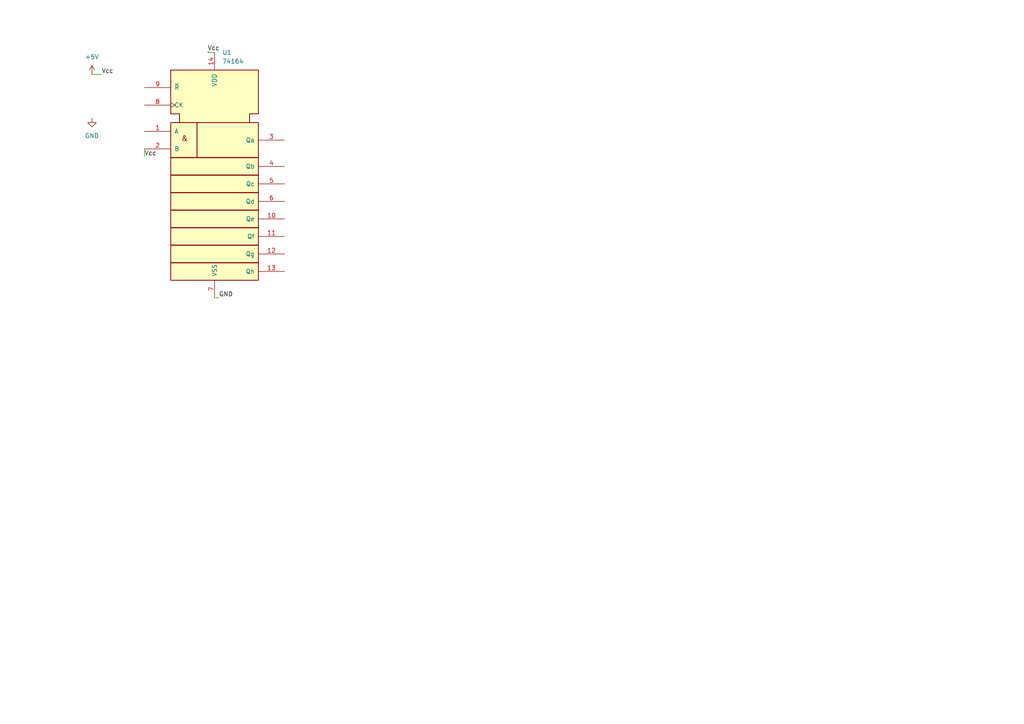
<source format=kicad_sch>
(kicad_sch (version 20230121) (generator eeschema)
  (paper "A4")
  (lib_symbols
    (symbol "74xx_IEEE:74164" (pin_names (offset 1.016))
      (property "Reference" "U" (at 17.78 12.7 0))
      (property "Value" "74164" (at 12.7 -45.72 0))
      (symbol "74164_0_0"
        (text "&" (at -8.636 -2.032 0) (effects (font (size 1.524 1.524))))
      )
      (symbol "74164_0_1"
        (rectangle (start -12.7 -38.1) (end 12.7 -43.18) (stroke (width 0.254)) (fill (type background)))
        (rectangle (start -12.7 -33.02) (end 12.7 -38.1) (stroke (width 0.254)) (fill (type background)))
        (rectangle (start -12.7 -27.94) (end 12.7 -33.02) (stroke (width 0.254)) (fill (type background)))
        (rectangle (start -12.7 -22.86) (end 12.7 -27.94) (stroke (width 0.254)) (fill (type background)))
        (rectangle (start -12.7 -17.78) (end 12.7 -22.86) (stroke (width 0.254)) (fill (type background)))
        (rectangle (start -12.7 -12.7) (end 12.7 -17.78) (stroke (width 0.254)) (fill (type background)))
        (rectangle (start -12.7 -7.62) (end 12.7 -12.7) (stroke (width 0.254)) (fill (type background)))
        (rectangle (start -12.7 2.54) (end 12.7 -7.62) (stroke (width 0.254)) (fill (type background)))
        (polyline (pts (xy -5.08 2.54) (xy -5.08 -7.62) (xy -5.08 -7.62)) (stroke (width 0.254)) (fill (type background)))
        (polyline (pts (xy -10.16 2.54) (xy -10.16 5.08) (xy -12.7 5.08) (xy -12.7 17.78) (xy 12.7 17.78) (xy 12.7 5.08) (xy 10.16 5.08) (xy 10.16 2.54) (xy 10.16 2.54)) (stroke (width 0.254)) (fill (type background)))
      )
      (symbol "74164_1_1"
        (pin input line (at -20.32 0 0) (length 7.62) (name "A") (number "1"))
        (pin output line (at 20.32 -25.4 180) (length 7.62) (name "Qe") (number "10"))
        (pin output line (at 20.32 -30.48 180) (length 7.62) (name "Qf") (number "11"))
        (pin output line (at 20.32 -35.56 180) (length 7.62) (name "Qg") (number "12"))
        (pin output line (at 20.32 -40.64 180) (length 7.62) (name "Qh") (number "13"))
        (pin power_in line (at 0 22.86 270) (length 5.08) (name "VDD") (number "14"))
        (pin input line (at -20.32 -5.08 0) (length 7.62) (name "B") (number "2"))
        (pin output line (at 20.32 -2.54 180) (length 7.62) (name "Qa") (number "3"))
        (pin output line (at 20.32 -10.16 180) (length 7.62) (name "Qb") (number "4"))
        (pin output line (at 20.32 -15.24 180) (length 7.62) (name "Qc") (number "5"))
        (pin output line (at 20.32 -20.32 180) (length 7.62) (name "Qd") (number "6"))
        (pin power_in line (at 0 -48.26 90) (length 5.08) (name "VSS") (number "7"))
        (pin input clock (at -20.32 7.62 0) (length 7.62) (name "CK") (number "8"))
        (pin input line (at -20.32 12.7 0) (length 7.62) (name "~{R}") (number "9"))
      )
    )
    (symbol "power:+5V" (power) (pin_names (offset 0))
      (property "Value" "+5V" (at 0 3.556 0))
      (symbol "+5V_0_1"
        (polyline (pts (xy -0.762 1.27) (xy 0 2.54)))
        (polyline (pts (xy 0 0) (xy 0 2.54)))
        (polyline (pts (xy 0 2.54) (xy 0.762 1.27)))
      )
      (symbol "+5V_1_1"
        (pin power_in line (at 0 0 90) (length 0) hide (name "+5V") (number "1"))
      )
    )
    (symbol "power:GND" (power) (pin_names (offset 0))
      (property "Value" "GND" (at 0 -3.81 0))
      (symbol "GND_0_1"
        (polyline (pts (xy 0 0) (xy 0 -1.27) (xy 1.27 -1.27) (xy 0 -2.54) (xy -1.27 -1.27) (xy 0 -1.27)))
      )
      (symbol "GND_1_1"
        (pin power_in line (at 0 0 270) (length 0) hide (name "GND") (number "1"))
      )
    )
  )
  (wire (pts (xy 60.198 14.986) (xy 60.452 14.986)))
  (wire (pts (xy 63.5 86.36) (xy 62.23 86.36)))
  (wire (pts (xy 60.452 14.986) (xy 60.452 15.24)))
  (wire (pts (xy 60.452 15.24) (xy 62.23 15.24)))
  (wire (pts (xy 41.91 45.466) (xy 41.91 43.18)))
  (wire (pts (xy 26.67 21.59) (xy 29.464 21.59)))
  (label "GND" (at 63.5 86.36 0))
  (label "Vcc" (at 41.91 45.466 0))
  (label "Vcc" (at 60.198 14.986 0))
  (label "Vcc" (at 29.464 21.59 0))
  (symbol (lib_id "power:+5V") (at 26.67 21.59 0) (unit 1)
    (property "Reference" "#PWR01" (effects hide))
    (property "Value" "+5V" (at 26.67 16.51 0))
  )
  (symbol (lib_id "power:GND") (at 26.67 34.29 0) (unit 1)
    (property "Reference" "#PWR02" (effects hide))
    (property "Value" "GND" (at 26.67 39.37 0))
  )
  (symbol (lib_id "74xx_IEEE:74164") (at 62.23 38.1 0) (unit 1)
    (property "Reference" "U1" (at 64.4241 15.24 0) (effects (justify left)))
    (property "Value" "74164" (at 64.4241 17.78 0) (effects (justify left)))
  )
)
</source>
